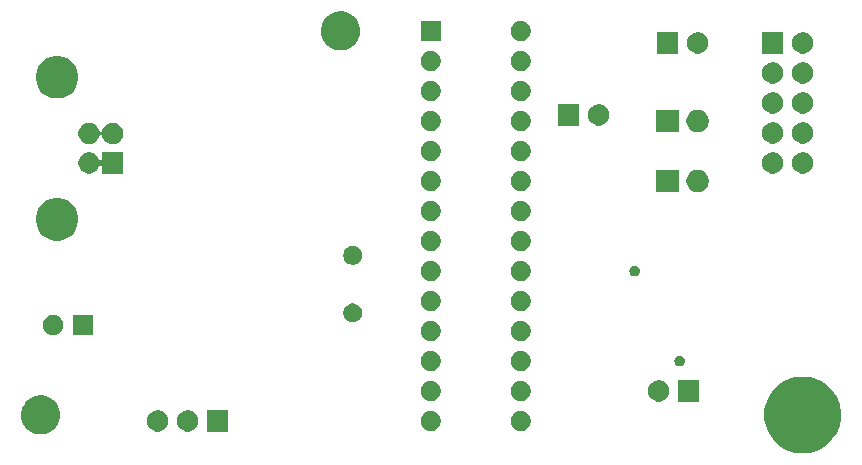
<source format=gbr>
G04 #@! TF.GenerationSoftware,KiCad,Pcbnew,(5.1.5-0-10_14)*
G04 #@! TF.CreationDate,2020-05-14T12:08:37+02:00*
G04 #@! TF.ProjectId,usbasp,75736261-7370-42e6-9b69-6361645f7063,rev?*
G04 #@! TF.SameCoordinates,Original*
G04 #@! TF.FileFunction,Soldermask,Bot*
G04 #@! TF.FilePolarity,Negative*
%FSLAX46Y46*%
G04 Gerber Fmt 4.6, Leading zero omitted, Abs format (unit mm)*
G04 Created by KiCad (PCBNEW (5.1.5-0-10_14)) date 2020-05-14 12:08:37*
%MOMM*%
%LPD*%
G04 APERTURE LIST*
%ADD10C,0.100000*%
G04 APERTURE END LIST*
D10*
G36*
X170814239Y-66407467D02*
G01*
X171128282Y-66469934D01*
X171719926Y-66715001D01*
X172252392Y-67070784D01*
X172705216Y-67523608D01*
X173060999Y-68056074D01*
X173306066Y-68647718D01*
X173368533Y-68961761D01*
X173416519Y-69203000D01*
X173431000Y-69275804D01*
X173431000Y-69916196D01*
X173306066Y-70544282D01*
X173060999Y-71135926D01*
X172705216Y-71668392D01*
X172252392Y-72121216D01*
X171719926Y-72476999D01*
X171128282Y-72722066D01*
X170814239Y-72784533D01*
X170500197Y-72847000D01*
X169859803Y-72847000D01*
X169545761Y-72784533D01*
X169231718Y-72722066D01*
X168640074Y-72476999D01*
X168107608Y-72121216D01*
X167654784Y-71668392D01*
X167299001Y-71135926D01*
X167053934Y-70544282D01*
X166929000Y-69916196D01*
X166929000Y-69275804D01*
X166943482Y-69203000D01*
X166991467Y-68961761D01*
X167053934Y-68647718D01*
X167299001Y-68056074D01*
X167654784Y-67523608D01*
X168107608Y-67070784D01*
X168640074Y-66715001D01*
X169231718Y-66469934D01*
X169545761Y-66407467D01*
X169859803Y-66345000D01*
X170500197Y-66345000D01*
X170814239Y-66407467D01*
G37*
G36*
X106039256Y-67987298D02*
G01*
X106145579Y-68008447D01*
X106446042Y-68132903D01*
X106716451Y-68313585D01*
X106946415Y-68543549D01*
X107016019Y-68647719D01*
X107127098Y-68813960D01*
X107251553Y-69114422D01*
X107315000Y-69433389D01*
X107315000Y-69758611D01*
X107295673Y-69855772D01*
X107251553Y-70077579D01*
X107127097Y-70378042D01*
X106946415Y-70648451D01*
X106716451Y-70878415D01*
X106446042Y-71059097D01*
X106145579Y-71183553D01*
X106039256Y-71204702D01*
X105826611Y-71247000D01*
X105501389Y-71247000D01*
X105288744Y-71204702D01*
X105182421Y-71183553D01*
X104881958Y-71059097D01*
X104611549Y-70878415D01*
X104381585Y-70648451D01*
X104200903Y-70378042D01*
X104076447Y-70077579D01*
X104032327Y-69855772D01*
X104013000Y-69758611D01*
X104013000Y-69433389D01*
X104076447Y-69114422D01*
X104200902Y-68813960D01*
X104311981Y-68647719D01*
X104381585Y-68543549D01*
X104611549Y-68313585D01*
X104881958Y-68132903D01*
X105182421Y-68008447D01*
X105288744Y-67987298D01*
X105501389Y-67945000D01*
X105826611Y-67945000D01*
X106039256Y-67987298D01*
G37*
G36*
X121551000Y-71005000D02*
G01*
X119749000Y-71005000D01*
X119749000Y-69203000D01*
X121551000Y-69203000D01*
X121551000Y-71005000D01*
G37*
G36*
X118223512Y-69207927D02*
G01*
X118372812Y-69237624D01*
X118536784Y-69305544D01*
X118684354Y-69404147D01*
X118809853Y-69529646D01*
X118908456Y-69677216D01*
X118976376Y-69841188D01*
X119011000Y-70015259D01*
X119011000Y-70192741D01*
X118976376Y-70366812D01*
X118908456Y-70530784D01*
X118809853Y-70678354D01*
X118684354Y-70803853D01*
X118536784Y-70902456D01*
X118372812Y-70970376D01*
X118223512Y-71000073D01*
X118198742Y-71005000D01*
X118021258Y-71005000D01*
X117996488Y-71000073D01*
X117847188Y-70970376D01*
X117683216Y-70902456D01*
X117535646Y-70803853D01*
X117410147Y-70678354D01*
X117311544Y-70530784D01*
X117243624Y-70366812D01*
X117209000Y-70192741D01*
X117209000Y-70015259D01*
X117243624Y-69841188D01*
X117311544Y-69677216D01*
X117410147Y-69529646D01*
X117535646Y-69404147D01*
X117683216Y-69305544D01*
X117847188Y-69237624D01*
X117996488Y-69207927D01*
X118021258Y-69203000D01*
X118198742Y-69203000D01*
X118223512Y-69207927D01*
G37*
G36*
X115683512Y-69207927D02*
G01*
X115832812Y-69237624D01*
X115996784Y-69305544D01*
X116144354Y-69404147D01*
X116269853Y-69529646D01*
X116368456Y-69677216D01*
X116436376Y-69841188D01*
X116471000Y-70015259D01*
X116471000Y-70192741D01*
X116436376Y-70366812D01*
X116368456Y-70530784D01*
X116269853Y-70678354D01*
X116144354Y-70803853D01*
X115996784Y-70902456D01*
X115832812Y-70970376D01*
X115683512Y-71000073D01*
X115658742Y-71005000D01*
X115481258Y-71005000D01*
X115456488Y-71000073D01*
X115307188Y-70970376D01*
X115143216Y-70902456D01*
X114995646Y-70803853D01*
X114870147Y-70678354D01*
X114771544Y-70530784D01*
X114703624Y-70366812D01*
X114669000Y-70192741D01*
X114669000Y-70015259D01*
X114703624Y-69841188D01*
X114771544Y-69677216D01*
X114870147Y-69529646D01*
X114995646Y-69404147D01*
X115143216Y-69305544D01*
X115307188Y-69237624D01*
X115456488Y-69207927D01*
X115481258Y-69203000D01*
X115658742Y-69203000D01*
X115683512Y-69207927D01*
G37*
G36*
X146552228Y-69285703D02*
G01*
X146707100Y-69349853D01*
X146846481Y-69442985D01*
X146965015Y-69561519D01*
X147058147Y-69700900D01*
X147122297Y-69855772D01*
X147155000Y-70020184D01*
X147155000Y-70187816D01*
X147122297Y-70352228D01*
X147058147Y-70507100D01*
X146965015Y-70646481D01*
X146846481Y-70765015D01*
X146707100Y-70858147D01*
X146552228Y-70922297D01*
X146387816Y-70955000D01*
X146220184Y-70955000D01*
X146055772Y-70922297D01*
X145900900Y-70858147D01*
X145761519Y-70765015D01*
X145642985Y-70646481D01*
X145549853Y-70507100D01*
X145485703Y-70352228D01*
X145453000Y-70187816D01*
X145453000Y-70020184D01*
X145485703Y-69855772D01*
X145549853Y-69700900D01*
X145642985Y-69561519D01*
X145761519Y-69442985D01*
X145900900Y-69349853D01*
X146055772Y-69285703D01*
X146220184Y-69253000D01*
X146387816Y-69253000D01*
X146552228Y-69285703D01*
G37*
G36*
X138932228Y-69285703D02*
G01*
X139087100Y-69349853D01*
X139226481Y-69442985D01*
X139345015Y-69561519D01*
X139438147Y-69700900D01*
X139502297Y-69855772D01*
X139535000Y-70020184D01*
X139535000Y-70187816D01*
X139502297Y-70352228D01*
X139438147Y-70507100D01*
X139345015Y-70646481D01*
X139226481Y-70765015D01*
X139087100Y-70858147D01*
X138932228Y-70922297D01*
X138767816Y-70955000D01*
X138600184Y-70955000D01*
X138435772Y-70922297D01*
X138280900Y-70858147D01*
X138141519Y-70765015D01*
X138022985Y-70646481D01*
X137929853Y-70507100D01*
X137865703Y-70352228D01*
X137833000Y-70187816D01*
X137833000Y-70020184D01*
X137865703Y-69855772D01*
X137929853Y-69700900D01*
X138022985Y-69561519D01*
X138141519Y-69442985D01*
X138280900Y-69349853D01*
X138435772Y-69285703D01*
X138600184Y-69253000D01*
X138767816Y-69253000D01*
X138932228Y-69285703D01*
G37*
G36*
X161429000Y-68465000D02*
G01*
X159627000Y-68465000D01*
X159627000Y-66663000D01*
X161429000Y-66663000D01*
X161429000Y-68465000D01*
G37*
G36*
X158101512Y-66667927D02*
G01*
X158250812Y-66697624D01*
X158414784Y-66765544D01*
X158562354Y-66864147D01*
X158687853Y-66989646D01*
X158786456Y-67137216D01*
X158854376Y-67301188D01*
X158889000Y-67475259D01*
X158889000Y-67652741D01*
X158854376Y-67826812D01*
X158786456Y-67990784D01*
X158687853Y-68138354D01*
X158562354Y-68263853D01*
X158414784Y-68362456D01*
X158250812Y-68430376D01*
X158101512Y-68460073D01*
X158076742Y-68465000D01*
X157899258Y-68465000D01*
X157874488Y-68460073D01*
X157725188Y-68430376D01*
X157561216Y-68362456D01*
X157413646Y-68263853D01*
X157288147Y-68138354D01*
X157189544Y-67990784D01*
X157121624Y-67826812D01*
X157087000Y-67652741D01*
X157087000Y-67475259D01*
X157121624Y-67301188D01*
X157189544Y-67137216D01*
X157288147Y-66989646D01*
X157413646Y-66864147D01*
X157561216Y-66765544D01*
X157725188Y-66697624D01*
X157874488Y-66667927D01*
X157899258Y-66663000D01*
X158076742Y-66663000D01*
X158101512Y-66667927D01*
G37*
G36*
X146552228Y-66745703D02*
G01*
X146707100Y-66809853D01*
X146846481Y-66902985D01*
X146965015Y-67021519D01*
X147058147Y-67160900D01*
X147122297Y-67315772D01*
X147155000Y-67480184D01*
X147155000Y-67647816D01*
X147122297Y-67812228D01*
X147058147Y-67967100D01*
X146965015Y-68106481D01*
X146846481Y-68225015D01*
X146707100Y-68318147D01*
X146552228Y-68382297D01*
X146387816Y-68415000D01*
X146220184Y-68415000D01*
X146055772Y-68382297D01*
X145900900Y-68318147D01*
X145761519Y-68225015D01*
X145642985Y-68106481D01*
X145549853Y-67967100D01*
X145485703Y-67812228D01*
X145453000Y-67647816D01*
X145453000Y-67480184D01*
X145485703Y-67315772D01*
X145549853Y-67160900D01*
X145642985Y-67021519D01*
X145761519Y-66902985D01*
X145900900Y-66809853D01*
X146055772Y-66745703D01*
X146220184Y-66713000D01*
X146387816Y-66713000D01*
X146552228Y-66745703D01*
G37*
G36*
X138932228Y-66745703D02*
G01*
X139087100Y-66809853D01*
X139226481Y-66902985D01*
X139345015Y-67021519D01*
X139438147Y-67160900D01*
X139502297Y-67315772D01*
X139535000Y-67480184D01*
X139535000Y-67647816D01*
X139502297Y-67812228D01*
X139438147Y-67967100D01*
X139345015Y-68106481D01*
X139226481Y-68225015D01*
X139087100Y-68318147D01*
X138932228Y-68382297D01*
X138767816Y-68415000D01*
X138600184Y-68415000D01*
X138435772Y-68382297D01*
X138280900Y-68318147D01*
X138141519Y-68225015D01*
X138022985Y-68106481D01*
X137929853Y-67967100D01*
X137865703Y-67812228D01*
X137833000Y-67647816D01*
X137833000Y-67480184D01*
X137865703Y-67315772D01*
X137929853Y-67160900D01*
X138022985Y-67021519D01*
X138141519Y-66902985D01*
X138280900Y-66809853D01*
X138435772Y-66745703D01*
X138600184Y-66713000D01*
X138767816Y-66713000D01*
X138932228Y-66745703D01*
G37*
G36*
X146552228Y-64205703D02*
G01*
X146707100Y-64269853D01*
X146846481Y-64362985D01*
X146965015Y-64481519D01*
X147058147Y-64620900D01*
X147122297Y-64775772D01*
X147155000Y-64940184D01*
X147155000Y-65107816D01*
X147122297Y-65272228D01*
X147058147Y-65427100D01*
X146965015Y-65566481D01*
X146846481Y-65685015D01*
X146707100Y-65778147D01*
X146552228Y-65842297D01*
X146387816Y-65875000D01*
X146220184Y-65875000D01*
X146055772Y-65842297D01*
X145900900Y-65778147D01*
X145761519Y-65685015D01*
X145642985Y-65566481D01*
X145549853Y-65427100D01*
X145485703Y-65272228D01*
X145453000Y-65107816D01*
X145453000Y-64940184D01*
X145485703Y-64775772D01*
X145549853Y-64620900D01*
X145642985Y-64481519D01*
X145761519Y-64362985D01*
X145900900Y-64269853D01*
X146055772Y-64205703D01*
X146220184Y-64173000D01*
X146387816Y-64173000D01*
X146552228Y-64205703D01*
G37*
G36*
X138932228Y-64205703D02*
G01*
X139087100Y-64269853D01*
X139226481Y-64362985D01*
X139345015Y-64481519D01*
X139438147Y-64620900D01*
X139502297Y-64775772D01*
X139535000Y-64940184D01*
X139535000Y-65107816D01*
X139502297Y-65272228D01*
X139438147Y-65427100D01*
X139345015Y-65566481D01*
X139226481Y-65685015D01*
X139087100Y-65778147D01*
X138932228Y-65842297D01*
X138767816Y-65875000D01*
X138600184Y-65875000D01*
X138435772Y-65842297D01*
X138280900Y-65778147D01*
X138141519Y-65685015D01*
X138022985Y-65566481D01*
X137929853Y-65427100D01*
X137865703Y-65272228D01*
X137833000Y-65107816D01*
X137833000Y-64940184D01*
X137865703Y-64775772D01*
X137929853Y-64620900D01*
X138022985Y-64481519D01*
X138141519Y-64362985D01*
X138280900Y-64269853D01*
X138435772Y-64205703D01*
X138600184Y-64173000D01*
X138767816Y-64173000D01*
X138932228Y-64205703D01*
G37*
G36*
X159897552Y-64590331D02*
G01*
X159971351Y-64620900D01*
X159979629Y-64624329D01*
X160016813Y-64649175D01*
X160053495Y-64673685D01*
X160116315Y-64736505D01*
X160165672Y-64810373D01*
X160199669Y-64892448D01*
X160217000Y-64979579D01*
X160217000Y-65068421D01*
X160199669Y-65155552D01*
X160165672Y-65237627D01*
X160165671Y-65237629D01*
X160116314Y-65311496D01*
X160053496Y-65374314D01*
X159979629Y-65423671D01*
X159979628Y-65423672D01*
X159979627Y-65423672D01*
X159897552Y-65457669D01*
X159810421Y-65475000D01*
X159721579Y-65475000D01*
X159634448Y-65457669D01*
X159552373Y-65423672D01*
X159552372Y-65423672D01*
X159552371Y-65423671D01*
X159478504Y-65374314D01*
X159415686Y-65311496D01*
X159366329Y-65237629D01*
X159366328Y-65237627D01*
X159332331Y-65155552D01*
X159315000Y-65068421D01*
X159315000Y-64979579D01*
X159332331Y-64892448D01*
X159366328Y-64810373D01*
X159415685Y-64736505D01*
X159478505Y-64673685D01*
X159515187Y-64649175D01*
X159552371Y-64624329D01*
X159560649Y-64620900D01*
X159634448Y-64590331D01*
X159721579Y-64573000D01*
X159810421Y-64573000D01*
X159897552Y-64590331D01*
G37*
G36*
X138932228Y-61665703D02*
G01*
X139087100Y-61729853D01*
X139226481Y-61822985D01*
X139345015Y-61941519D01*
X139438147Y-62080900D01*
X139502297Y-62235772D01*
X139535000Y-62400184D01*
X139535000Y-62567816D01*
X139502297Y-62732228D01*
X139438147Y-62887100D01*
X139345015Y-63026481D01*
X139226481Y-63145015D01*
X139087100Y-63238147D01*
X138932228Y-63302297D01*
X138767816Y-63335000D01*
X138600184Y-63335000D01*
X138435772Y-63302297D01*
X138280900Y-63238147D01*
X138141519Y-63145015D01*
X138022985Y-63026481D01*
X137929853Y-62887100D01*
X137865703Y-62732228D01*
X137833000Y-62567816D01*
X137833000Y-62400184D01*
X137865703Y-62235772D01*
X137929853Y-62080900D01*
X138022985Y-61941519D01*
X138141519Y-61822985D01*
X138280900Y-61729853D01*
X138435772Y-61665703D01*
X138600184Y-61633000D01*
X138767816Y-61633000D01*
X138932228Y-61665703D01*
G37*
G36*
X146552228Y-61665703D02*
G01*
X146707100Y-61729853D01*
X146846481Y-61822985D01*
X146965015Y-61941519D01*
X147058147Y-62080900D01*
X147122297Y-62235772D01*
X147155000Y-62400184D01*
X147155000Y-62567816D01*
X147122297Y-62732228D01*
X147058147Y-62887100D01*
X146965015Y-63026481D01*
X146846481Y-63145015D01*
X146707100Y-63238147D01*
X146552228Y-63302297D01*
X146387816Y-63335000D01*
X146220184Y-63335000D01*
X146055772Y-63302297D01*
X145900900Y-63238147D01*
X145761519Y-63145015D01*
X145642985Y-63026481D01*
X145549853Y-62887100D01*
X145485703Y-62732228D01*
X145453000Y-62567816D01*
X145453000Y-62400184D01*
X145485703Y-62235772D01*
X145549853Y-62080900D01*
X145642985Y-61941519D01*
X145761519Y-61822985D01*
X145900900Y-61729853D01*
X146055772Y-61665703D01*
X146220184Y-61633000D01*
X146387816Y-61633000D01*
X146552228Y-61665703D01*
G37*
G36*
X106968228Y-61157703D02*
G01*
X107123100Y-61221853D01*
X107262481Y-61314985D01*
X107381015Y-61433519D01*
X107474147Y-61572900D01*
X107538297Y-61727772D01*
X107571000Y-61892184D01*
X107571000Y-62059816D01*
X107538297Y-62224228D01*
X107474147Y-62379100D01*
X107381015Y-62518481D01*
X107262481Y-62637015D01*
X107123100Y-62730147D01*
X106968228Y-62794297D01*
X106803816Y-62827000D01*
X106636184Y-62827000D01*
X106471772Y-62794297D01*
X106316900Y-62730147D01*
X106177519Y-62637015D01*
X106058985Y-62518481D01*
X105965853Y-62379100D01*
X105901703Y-62224228D01*
X105869000Y-62059816D01*
X105869000Y-61892184D01*
X105901703Y-61727772D01*
X105965853Y-61572900D01*
X106058985Y-61433519D01*
X106177519Y-61314985D01*
X106316900Y-61221853D01*
X106471772Y-61157703D01*
X106636184Y-61125000D01*
X106803816Y-61125000D01*
X106968228Y-61157703D01*
G37*
G36*
X110071000Y-62827000D02*
G01*
X108369000Y-62827000D01*
X108369000Y-61125000D01*
X110071000Y-61125000D01*
X110071000Y-62827000D01*
G37*
G36*
X132313642Y-60189781D02*
G01*
X132459414Y-60250162D01*
X132459416Y-60250163D01*
X132590608Y-60337822D01*
X132702178Y-60449392D01*
X132789837Y-60580584D01*
X132789838Y-60580586D01*
X132850219Y-60726358D01*
X132881000Y-60881107D01*
X132881000Y-61038893D01*
X132850219Y-61193642D01*
X132799957Y-61314985D01*
X132789837Y-61339416D01*
X132702178Y-61470608D01*
X132590608Y-61582178D01*
X132459416Y-61669837D01*
X132459415Y-61669838D01*
X132459414Y-61669838D01*
X132313642Y-61730219D01*
X132158893Y-61761000D01*
X132001107Y-61761000D01*
X131846358Y-61730219D01*
X131700586Y-61669838D01*
X131700585Y-61669838D01*
X131700584Y-61669837D01*
X131569392Y-61582178D01*
X131457822Y-61470608D01*
X131370163Y-61339416D01*
X131360043Y-61314985D01*
X131309781Y-61193642D01*
X131279000Y-61038893D01*
X131279000Y-60881107D01*
X131309781Y-60726358D01*
X131370162Y-60580586D01*
X131370163Y-60580584D01*
X131457822Y-60449392D01*
X131569392Y-60337822D01*
X131700584Y-60250163D01*
X131700586Y-60250162D01*
X131846358Y-60189781D01*
X132001107Y-60159000D01*
X132158893Y-60159000D01*
X132313642Y-60189781D01*
G37*
G36*
X138932228Y-59125703D02*
G01*
X139087100Y-59189853D01*
X139226481Y-59282985D01*
X139345015Y-59401519D01*
X139438147Y-59540900D01*
X139502297Y-59695772D01*
X139535000Y-59860184D01*
X139535000Y-60027816D01*
X139502297Y-60192228D01*
X139438147Y-60347100D01*
X139345015Y-60486481D01*
X139226481Y-60605015D01*
X139087100Y-60698147D01*
X138932228Y-60762297D01*
X138767816Y-60795000D01*
X138600184Y-60795000D01*
X138435772Y-60762297D01*
X138280900Y-60698147D01*
X138141519Y-60605015D01*
X138022985Y-60486481D01*
X137929853Y-60347100D01*
X137865703Y-60192228D01*
X137833000Y-60027816D01*
X137833000Y-59860184D01*
X137865703Y-59695772D01*
X137929853Y-59540900D01*
X138022985Y-59401519D01*
X138141519Y-59282985D01*
X138280900Y-59189853D01*
X138435772Y-59125703D01*
X138600184Y-59093000D01*
X138767816Y-59093000D01*
X138932228Y-59125703D01*
G37*
G36*
X146552228Y-59125703D02*
G01*
X146707100Y-59189853D01*
X146846481Y-59282985D01*
X146965015Y-59401519D01*
X147058147Y-59540900D01*
X147122297Y-59695772D01*
X147155000Y-59860184D01*
X147155000Y-60027816D01*
X147122297Y-60192228D01*
X147058147Y-60347100D01*
X146965015Y-60486481D01*
X146846481Y-60605015D01*
X146707100Y-60698147D01*
X146552228Y-60762297D01*
X146387816Y-60795000D01*
X146220184Y-60795000D01*
X146055772Y-60762297D01*
X145900900Y-60698147D01*
X145761519Y-60605015D01*
X145642985Y-60486481D01*
X145549853Y-60347100D01*
X145485703Y-60192228D01*
X145453000Y-60027816D01*
X145453000Y-59860184D01*
X145485703Y-59695772D01*
X145549853Y-59540900D01*
X145642985Y-59401519D01*
X145761519Y-59282985D01*
X145900900Y-59189853D01*
X146055772Y-59125703D01*
X146220184Y-59093000D01*
X146387816Y-59093000D01*
X146552228Y-59125703D01*
G37*
G36*
X138932228Y-56585703D02*
G01*
X139087100Y-56649853D01*
X139226481Y-56742985D01*
X139345015Y-56861519D01*
X139438147Y-57000900D01*
X139502297Y-57155772D01*
X139535000Y-57320184D01*
X139535000Y-57487816D01*
X139502297Y-57652228D01*
X139438147Y-57807100D01*
X139345015Y-57946481D01*
X139226481Y-58065015D01*
X139087100Y-58158147D01*
X138932228Y-58222297D01*
X138767816Y-58255000D01*
X138600184Y-58255000D01*
X138435772Y-58222297D01*
X138280900Y-58158147D01*
X138141519Y-58065015D01*
X138022985Y-57946481D01*
X137929853Y-57807100D01*
X137865703Y-57652228D01*
X137833000Y-57487816D01*
X137833000Y-57320184D01*
X137865703Y-57155772D01*
X137929853Y-57000900D01*
X138022985Y-56861519D01*
X138141519Y-56742985D01*
X138280900Y-56649853D01*
X138435772Y-56585703D01*
X138600184Y-56553000D01*
X138767816Y-56553000D01*
X138932228Y-56585703D01*
G37*
G36*
X146552228Y-56585703D02*
G01*
X146707100Y-56649853D01*
X146846481Y-56742985D01*
X146965015Y-56861519D01*
X147058147Y-57000900D01*
X147122297Y-57155772D01*
X147155000Y-57320184D01*
X147155000Y-57487816D01*
X147122297Y-57652228D01*
X147058147Y-57807100D01*
X146965015Y-57946481D01*
X146846481Y-58065015D01*
X146707100Y-58158147D01*
X146552228Y-58222297D01*
X146387816Y-58255000D01*
X146220184Y-58255000D01*
X146055772Y-58222297D01*
X145900900Y-58158147D01*
X145761519Y-58065015D01*
X145642985Y-57946481D01*
X145549853Y-57807100D01*
X145485703Y-57652228D01*
X145453000Y-57487816D01*
X145453000Y-57320184D01*
X145485703Y-57155772D01*
X145549853Y-57000900D01*
X145642985Y-56861519D01*
X145761519Y-56742985D01*
X145900900Y-56649853D01*
X146055772Y-56585703D01*
X146220184Y-56553000D01*
X146387816Y-56553000D01*
X146552228Y-56585703D01*
G37*
G36*
X156087552Y-56970331D02*
G01*
X156161351Y-57000900D01*
X156169629Y-57004329D01*
X156206813Y-57029175D01*
X156243495Y-57053685D01*
X156306315Y-57116505D01*
X156355672Y-57190373D01*
X156389669Y-57272448D01*
X156407000Y-57359579D01*
X156407000Y-57448421D01*
X156389669Y-57535552D01*
X156355672Y-57617627D01*
X156355671Y-57617629D01*
X156306314Y-57691496D01*
X156243496Y-57754314D01*
X156169629Y-57803671D01*
X156169628Y-57803672D01*
X156169627Y-57803672D01*
X156087552Y-57837669D01*
X156000421Y-57855000D01*
X155911579Y-57855000D01*
X155824448Y-57837669D01*
X155742373Y-57803672D01*
X155742372Y-57803672D01*
X155742371Y-57803671D01*
X155668504Y-57754314D01*
X155605686Y-57691496D01*
X155556329Y-57617629D01*
X155556328Y-57617627D01*
X155522331Y-57535552D01*
X155505000Y-57448421D01*
X155505000Y-57359579D01*
X155522331Y-57272448D01*
X155556328Y-57190373D01*
X155605685Y-57116505D01*
X155668505Y-57053685D01*
X155705187Y-57029175D01*
X155742371Y-57004329D01*
X155750649Y-57000900D01*
X155824448Y-56970331D01*
X155911579Y-56953000D01*
X156000421Y-56953000D01*
X156087552Y-56970331D01*
G37*
G36*
X132313642Y-55309781D02*
G01*
X132459414Y-55370162D01*
X132459416Y-55370163D01*
X132590608Y-55457822D01*
X132702178Y-55569392D01*
X132777618Y-55682297D01*
X132789838Y-55700586D01*
X132850219Y-55846358D01*
X132881000Y-56001107D01*
X132881000Y-56158893D01*
X132850219Y-56313642D01*
X132789838Y-56459414D01*
X132789837Y-56459416D01*
X132702178Y-56590608D01*
X132590608Y-56702178D01*
X132459416Y-56789837D01*
X132459415Y-56789838D01*
X132459414Y-56789838D01*
X132313642Y-56850219D01*
X132158893Y-56881000D01*
X132001107Y-56881000D01*
X131846358Y-56850219D01*
X131700586Y-56789838D01*
X131700585Y-56789838D01*
X131700584Y-56789837D01*
X131569392Y-56702178D01*
X131457822Y-56590608D01*
X131370163Y-56459416D01*
X131370162Y-56459414D01*
X131309781Y-56313642D01*
X131279000Y-56158893D01*
X131279000Y-56001107D01*
X131309781Y-55846358D01*
X131370162Y-55700586D01*
X131382382Y-55682297D01*
X131457822Y-55569392D01*
X131569392Y-55457822D01*
X131700584Y-55370163D01*
X131700586Y-55370162D01*
X131846358Y-55309781D01*
X132001107Y-55279000D01*
X132158893Y-55279000D01*
X132313642Y-55309781D01*
G37*
G36*
X146552228Y-54045703D02*
G01*
X146707100Y-54109853D01*
X146846481Y-54202985D01*
X146965015Y-54321519D01*
X147058147Y-54460900D01*
X147122297Y-54615772D01*
X147155000Y-54780184D01*
X147155000Y-54947816D01*
X147122297Y-55112228D01*
X147058147Y-55267100D01*
X146965015Y-55406481D01*
X146846481Y-55525015D01*
X146707100Y-55618147D01*
X146552228Y-55682297D01*
X146387816Y-55715000D01*
X146220184Y-55715000D01*
X146055772Y-55682297D01*
X145900900Y-55618147D01*
X145761519Y-55525015D01*
X145642985Y-55406481D01*
X145549853Y-55267100D01*
X145485703Y-55112228D01*
X145453000Y-54947816D01*
X145453000Y-54780184D01*
X145485703Y-54615772D01*
X145549853Y-54460900D01*
X145642985Y-54321519D01*
X145761519Y-54202985D01*
X145900900Y-54109853D01*
X146055772Y-54045703D01*
X146220184Y-54013000D01*
X146387816Y-54013000D01*
X146552228Y-54045703D01*
G37*
G36*
X138932228Y-54045703D02*
G01*
X139087100Y-54109853D01*
X139226481Y-54202985D01*
X139345015Y-54321519D01*
X139438147Y-54460900D01*
X139502297Y-54615772D01*
X139535000Y-54780184D01*
X139535000Y-54947816D01*
X139502297Y-55112228D01*
X139438147Y-55267100D01*
X139345015Y-55406481D01*
X139226481Y-55525015D01*
X139087100Y-55618147D01*
X138932228Y-55682297D01*
X138767816Y-55715000D01*
X138600184Y-55715000D01*
X138435772Y-55682297D01*
X138280900Y-55618147D01*
X138141519Y-55525015D01*
X138022985Y-55406481D01*
X137929853Y-55267100D01*
X137865703Y-55112228D01*
X137833000Y-54947816D01*
X137833000Y-54780184D01*
X137865703Y-54615772D01*
X137929853Y-54460900D01*
X138022985Y-54321519D01*
X138141519Y-54202985D01*
X138280900Y-54109853D01*
X138435772Y-54045703D01*
X138600184Y-54013000D01*
X138767816Y-54013000D01*
X138932228Y-54045703D01*
G37*
G36*
X107575331Y-51298211D02*
G01*
X107903092Y-51433974D01*
X108198070Y-51631072D01*
X108448928Y-51881930D01*
X108646026Y-52176908D01*
X108781789Y-52504669D01*
X108851000Y-52852616D01*
X108851000Y-53207384D01*
X108781789Y-53555331D01*
X108646026Y-53883092D01*
X108448928Y-54178070D01*
X108198070Y-54428928D01*
X107903092Y-54626026D01*
X107575331Y-54761789D01*
X107227384Y-54831000D01*
X106872616Y-54831000D01*
X106524669Y-54761789D01*
X106196908Y-54626026D01*
X105901930Y-54428928D01*
X105651072Y-54178070D01*
X105453974Y-53883092D01*
X105318211Y-53555331D01*
X105249000Y-53207384D01*
X105249000Y-52852616D01*
X105318211Y-52504669D01*
X105453974Y-52176908D01*
X105651072Y-51881930D01*
X105901930Y-51631072D01*
X106196908Y-51433974D01*
X106524669Y-51298211D01*
X106872616Y-51229000D01*
X107227384Y-51229000D01*
X107575331Y-51298211D01*
G37*
G36*
X146552228Y-51505703D02*
G01*
X146707100Y-51569853D01*
X146846481Y-51662985D01*
X146965015Y-51781519D01*
X147058147Y-51920900D01*
X147122297Y-52075772D01*
X147155000Y-52240184D01*
X147155000Y-52407816D01*
X147122297Y-52572228D01*
X147058147Y-52727100D01*
X146965015Y-52866481D01*
X146846481Y-52985015D01*
X146707100Y-53078147D01*
X146552228Y-53142297D01*
X146387816Y-53175000D01*
X146220184Y-53175000D01*
X146055772Y-53142297D01*
X145900900Y-53078147D01*
X145761519Y-52985015D01*
X145642985Y-52866481D01*
X145549853Y-52727100D01*
X145485703Y-52572228D01*
X145453000Y-52407816D01*
X145453000Y-52240184D01*
X145485703Y-52075772D01*
X145549853Y-51920900D01*
X145642985Y-51781519D01*
X145761519Y-51662985D01*
X145900900Y-51569853D01*
X146055772Y-51505703D01*
X146220184Y-51473000D01*
X146387816Y-51473000D01*
X146552228Y-51505703D01*
G37*
G36*
X138932228Y-51505703D02*
G01*
X139087100Y-51569853D01*
X139226481Y-51662985D01*
X139345015Y-51781519D01*
X139438147Y-51920900D01*
X139502297Y-52075772D01*
X139535000Y-52240184D01*
X139535000Y-52407816D01*
X139502297Y-52572228D01*
X139438147Y-52727100D01*
X139345015Y-52866481D01*
X139226481Y-52985015D01*
X139087100Y-53078147D01*
X138932228Y-53142297D01*
X138767816Y-53175000D01*
X138600184Y-53175000D01*
X138435772Y-53142297D01*
X138280900Y-53078147D01*
X138141519Y-52985015D01*
X138022985Y-52866481D01*
X137929853Y-52727100D01*
X137865703Y-52572228D01*
X137833000Y-52407816D01*
X137833000Y-52240184D01*
X137865703Y-52075772D01*
X137929853Y-51920900D01*
X138022985Y-51781519D01*
X138141519Y-51662985D01*
X138280900Y-51569853D01*
X138435772Y-51505703D01*
X138600184Y-51473000D01*
X138767816Y-51473000D01*
X138932228Y-51505703D01*
G37*
G36*
X161567395Y-48869546D02*
G01*
X161740466Y-48941234D01*
X161768331Y-48959853D01*
X161896227Y-49045310D01*
X162028690Y-49177773D01*
X162071284Y-49241520D01*
X162132766Y-49333534D01*
X162204454Y-49506605D01*
X162241000Y-49690333D01*
X162241000Y-49877667D01*
X162204454Y-50061395D01*
X162132766Y-50234466D01*
X162132765Y-50234467D01*
X162028690Y-50390227D01*
X161896227Y-50522690D01*
X161873092Y-50538148D01*
X161740466Y-50626766D01*
X161567395Y-50698454D01*
X161383667Y-50735000D01*
X161196333Y-50735000D01*
X161012605Y-50698454D01*
X160839534Y-50626766D01*
X160706908Y-50538148D01*
X160683773Y-50522690D01*
X160551310Y-50390227D01*
X160447235Y-50234467D01*
X160447234Y-50234466D01*
X160375546Y-50061395D01*
X160339000Y-49877667D01*
X160339000Y-49690333D01*
X160375546Y-49506605D01*
X160447234Y-49333534D01*
X160508716Y-49241520D01*
X160551310Y-49177773D01*
X160683773Y-49045310D01*
X160811669Y-48959853D01*
X160839534Y-48941234D01*
X161012605Y-48869546D01*
X161196333Y-48833000D01*
X161383667Y-48833000D01*
X161567395Y-48869546D01*
G37*
G36*
X159701000Y-50735000D02*
G01*
X157799000Y-50735000D01*
X157799000Y-48833000D01*
X159701000Y-48833000D01*
X159701000Y-50735000D01*
G37*
G36*
X146552228Y-48965703D02*
G01*
X146707100Y-49029853D01*
X146846481Y-49122985D01*
X146965015Y-49241519D01*
X147058147Y-49380900D01*
X147122297Y-49535772D01*
X147155000Y-49700184D01*
X147155000Y-49867816D01*
X147122297Y-50032228D01*
X147058147Y-50187100D01*
X146965015Y-50326481D01*
X146846481Y-50445015D01*
X146707100Y-50538147D01*
X146552228Y-50602297D01*
X146387816Y-50635000D01*
X146220184Y-50635000D01*
X146055772Y-50602297D01*
X145900900Y-50538147D01*
X145761519Y-50445015D01*
X145642985Y-50326481D01*
X145549853Y-50187100D01*
X145485703Y-50032228D01*
X145453000Y-49867816D01*
X145453000Y-49700184D01*
X145485703Y-49535772D01*
X145549853Y-49380900D01*
X145642985Y-49241519D01*
X145761519Y-49122985D01*
X145900900Y-49029853D01*
X146055772Y-48965703D01*
X146220184Y-48933000D01*
X146387816Y-48933000D01*
X146552228Y-48965703D01*
G37*
G36*
X138932228Y-48965703D02*
G01*
X139087100Y-49029853D01*
X139226481Y-49122985D01*
X139345015Y-49241519D01*
X139438147Y-49380900D01*
X139502297Y-49535772D01*
X139535000Y-49700184D01*
X139535000Y-49867816D01*
X139502297Y-50032228D01*
X139438147Y-50187100D01*
X139345015Y-50326481D01*
X139226481Y-50445015D01*
X139087100Y-50538147D01*
X138932228Y-50602297D01*
X138767816Y-50635000D01*
X138600184Y-50635000D01*
X138435772Y-50602297D01*
X138280900Y-50538147D01*
X138141519Y-50445015D01*
X138022985Y-50326481D01*
X137929853Y-50187100D01*
X137865703Y-50032228D01*
X137833000Y-49867816D01*
X137833000Y-49700184D01*
X137865703Y-49535772D01*
X137929853Y-49380900D01*
X138022985Y-49241519D01*
X138141519Y-49122985D01*
X138280900Y-49029853D01*
X138435772Y-48965703D01*
X138600184Y-48933000D01*
X138767816Y-48933000D01*
X138932228Y-48965703D01*
G37*
G36*
X109873512Y-47363927D02*
G01*
X110022812Y-47393624D01*
X110186784Y-47461544D01*
X110334354Y-47560147D01*
X110459853Y-47685646D01*
X110558456Y-47833216D01*
X110618523Y-47978229D01*
X110630068Y-47999829D01*
X110645613Y-48018771D01*
X110664555Y-48034316D01*
X110686166Y-48045867D01*
X110709615Y-48052980D01*
X110734001Y-48055382D01*
X110758387Y-48052980D01*
X110781836Y-48045867D01*
X110803447Y-48034316D01*
X110822389Y-48018771D01*
X110837934Y-47999829D01*
X110849485Y-47978218D01*
X110856598Y-47954769D01*
X110859000Y-47930383D01*
X110859000Y-47359000D01*
X112661000Y-47359000D01*
X112661000Y-49161000D01*
X110859000Y-49161000D01*
X110859000Y-48589617D01*
X110856598Y-48565231D01*
X110849485Y-48541782D01*
X110837934Y-48520171D01*
X110822389Y-48501229D01*
X110803447Y-48485684D01*
X110781836Y-48474133D01*
X110758387Y-48467020D01*
X110734001Y-48464618D01*
X110709615Y-48467020D01*
X110686166Y-48474133D01*
X110664555Y-48485684D01*
X110645613Y-48501229D01*
X110630068Y-48520171D01*
X110618523Y-48541771D01*
X110558456Y-48686784D01*
X110459853Y-48834354D01*
X110334354Y-48959853D01*
X110186784Y-49058456D01*
X110022812Y-49126376D01*
X109873512Y-49156073D01*
X109848742Y-49161000D01*
X109671258Y-49161000D01*
X109646488Y-49156073D01*
X109497188Y-49126376D01*
X109333216Y-49058456D01*
X109185646Y-48959853D01*
X109060147Y-48834354D01*
X108961544Y-48686784D01*
X108893624Y-48522812D01*
X108859000Y-48348741D01*
X108859000Y-48171259D01*
X108893624Y-47997188D01*
X108961544Y-47833216D01*
X109060147Y-47685646D01*
X109185646Y-47560147D01*
X109333216Y-47461544D01*
X109497188Y-47393624D01*
X109646488Y-47363927D01*
X109671258Y-47359000D01*
X109848742Y-47359000D01*
X109873512Y-47363927D01*
G37*
G36*
X167753512Y-47363927D02*
G01*
X167902812Y-47393624D01*
X168066784Y-47461544D01*
X168214354Y-47560147D01*
X168339853Y-47685646D01*
X168438456Y-47833216D01*
X168506376Y-47997188D01*
X168541000Y-48171259D01*
X168541000Y-48348741D01*
X168506376Y-48522812D01*
X168438456Y-48686784D01*
X168339853Y-48834354D01*
X168214354Y-48959853D01*
X168066784Y-49058456D01*
X167902812Y-49126376D01*
X167753512Y-49156073D01*
X167728742Y-49161000D01*
X167551258Y-49161000D01*
X167526488Y-49156073D01*
X167377188Y-49126376D01*
X167213216Y-49058456D01*
X167065646Y-48959853D01*
X166940147Y-48834354D01*
X166841544Y-48686784D01*
X166773624Y-48522812D01*
X166739000Y-48348741D01*
X166739000Y-48171259D01*
X166773624Y-47997188D01*
X166841544Y-47833216D01*
X166940147Y-47685646D01*
X167065646Y-47560147D01*
X167213216Y-47461544D01*
X167377188Y-47393624D01*
X167526488Y-47363927D01*
X167551258Y-47359000D01*
X167728742Y-47359000D01*
X167753512Y-47363927D01*
G37*
G36*
X170293512Y-47363927D02*
G01*
X170442812Y-47393624D01*
X170606784Y-47461544D01*
X170754354Y-47560147D01*
X170879853Y-47685646D01*
X170978456Y-47833216D01*
X171046376Y-47997188D01*
X171081000Y-48171259D01*
X171081000Y-48348741D01*
X171046376Y-48522812D01*
X170978456Y-48686784D01*
X170879853Y-48834354D01*
X170754354Y-48959853D01*
X170606784Y-49058456D01*
X170442812Y-49126376D01*
X170293512Y-49156073D01*
X170268742Y-49161000D01*
X170091258Y-49161000D01*
X170066488Y-49156073D01*
X169917188Y-49126376D01*
X169753216Y-49058456D01*
X169605646Y-48959853D01*
X169480147Y-48834354D01*
X169381544Y-48686784D01*
X169313624Y-48522812D01*
X169279000Y-48348741D01*
X169279000Y-48171259D01*
X169313624Y-47997188D01*
X169381544Y-47833216D01*
X169480147Y-47685646D01*
X169605646Y-47560147D01*
X169753216Y-47461544D01*
X169917188Y-47393624D01*
X170066488Y-47363927D01*
X170091258Y-47359000D01*
X170268742Y-47359000D01*
X170293512Y-47363927D01*
G37*
G36*
X146552228Y-46425703D02*
G01*
X146707100Y-46489853D01*
X146846481Y-46582985D01*
X146965015Y-46701519D01*
X147058147Y-46840900D01*
X147122297Y-46995772D01*
X147155000Y-47160184D01*
X147155000Y-47327816D01*
X147122297Y-47492228D01*
X147058147Y-47647100D01*
X146965015Y-47786481D01*
X146846481Y-47905015D01*
X146707100Y-47998147D01*
X146552228Y-48062297D01*
X146387816Y-48095000D01*
X146220184Y-48095000D01*
X146055772Y-48062297D01*
X145900900Y-47998147D01*
X145761519Y-47905015D01*
X145642985Y-47786481D01*
X145549853Y-47647100D01*
X145485703Y-47492228D01*
X145453000Y-47327816D01*
X145453000Y-47160184D01*
X145485703Y-46995772D01*
X145549853Y-46840900D01*
X145642985Y-46701519D01*
X145761519Y-46582985D01*
X145900900Y-46489853D01*
X146055772Y-46425703D01*
X146220184Y-46393000D01*
X146387816Y-46393000D01*
X146552228Y-46425703D01*
G37*
G36*
X138932228Y-46425703D02*
G01*
X139087100Y-46489853D01*
X139226481Y-46582985D01*
X139345015Y-46701519D01*
X139438147Y-46840900D01*
X139502297Y-46995772D01*
X139535000Y-47160184D01*
X139535000Y-47327816D01*
X139502297Y-47492228D01*
X139438147Y-47647100D01*
X139345015Y-47786481D01*
X139226481Y-47905015D01*
X139087100Y-47998147D01*
X138932228Y-48062297D01*
X138767816Y-48095000D01*
X138600184Y-48095000D01*
X138435772Y-48062297D01*
X138280900Y-47998147D01*
X138141519Y-47905015D01*
X138022985Y-47786481D01*
X137929853Y-47647100D01*
X137865703Y-47492228D01*
X137833000Y-47327816D01*
X137833000Y-47160184D01*
X137865703Y-46995772D01*
X137929853Y-46840900D01*
X138022985Y-46701519D01*
X138141519Y-46582985D01*
X138280900Y-46489853D01*
X138435772Y-46425703D01*
X138600184Y-46393000D01*
X138767816Y-46393000D01*
X138932228Y-46425703D01*
G37*
G36*
X109873512Y-44863927D02*
G01*
X110022812Y-44893624D01*
X110186784Y-44961544D01*
X110334354Y-45060147D01*
X110459853Y-45185646D01*
X110558456Y-45333216D01*
X110626376Y-45497188D01*
X110637405Y-45552638D01*
X110644516Y-45576078D01*
X110656067Y-45597689D01*
X110671613Y-45616631D01*
X110690555Y-45632176D01*
X110712165Y-45643727D01*
X110735614Y-45650840D01*
X110760000Y-45653242D01*
X110784387Y-45650840D01*
X110807835Y-45643727D01*
X110829446Y-45632176D01*
X110848388Y-45616630D01*
X110863933Y-45597688D01*
X110875484Y-45576078D01*
X110882595Y-45552638D01*
X110893624Y-45497188D01*
X110961544Y-45333216D01*
X111060147Y-45185646D01*
X111185646Y-45060147D01*
X111333216Y-44961544D01*
X111497188Y-44893624D01*
X111646488Y-44863927D01*
X111671258Y-44859000D01*
X111848742Y-44859000D01*
X111873512Y-44863927D01*
X112022812Y-44893624D01*
X112186784Y-44961544D01*
X112334354Y-45060147D01*
X112459853Y-45185646D01*
X112558456Y-45333216D01*
X112626376Y-45497188D01*
X112661000Y-45671259D01*
X112661000Y-45848741D01*
X112626376Y-46022812D01*
X112558456Y-46186784D01*
X112459853Y-46334354D01*
X112334354Y-46459853D01*
X112186784Y-46558456D01*
X112022812Y-46626376D01*
X111873512Y-46656073D01*
X111848742Y-46661000D01*
X111671258Y-46661000D01*
X111646488Y-46656073D01*
X111497188Y-46626376D01*
X111333216Y-46558456D01*
X111185646Y-46459853D01*
X111060147Y-46334354D01*
X110961544Y-46186784D01*
X110893624Y-46022812D01*
X110882595Y-45967362D01*
X110875484Y-45943922D01*
X110863933Y-45922311D01*
X110848387Y-45903369D01*
X110829445Y-45887824D01*
X110807835Y-45876273D01*
X110784386Y-45869160D01*
X110760000Y-45866758D01*
X110735613Y-45869160D01*
X110712165Y-45876273D01*
X110690554Y-45887824D01*
X110671612Y-45903370D01*
X110656067Y-45922312D01*
X110644516Y-45943922D01*
X110637405Y-45967362D01*
X110626376Y-46022812D01*
X110558456Y-46186784D01*
X110459853Y-46334354D01*
X110334354Y-46459853D01*
X110186784Y-46558456D01*
X110022812Y-46626376D01*
X109873512Y-46656073D01*
X109848742Y-46661000D01*
X109671258Y-46661000D01*
X109646488Y-46656073D01*
X109497188Y-46626376D01*
X109333216Y-46558456D01*
X109185646Y-46459853D01*
X109060147Y-46334354D01*
X108961544Y-46186784D01*
X108893624Y-46022812D01*
X108859000Y-45848741D01*
X108859000Y-45671259D01*
X108893624Y-45497188D01*
X108961544Y-45333216D01*
X109060147Y-45185646D01*
X109185646Y-45060147D01*
X109333216Y-44961544D01*
X109497188Y-44893624D01*
X109646488Y-44863927D01*
X109671258Y-44859000D01*
X109848742Y-44859000D01*
X109873512Y-44863927D01*
G37*
G36*
X170293512Y-44823927D02*
G01*
X170442812Y-44853624D01*
X170606784Y-44921544D01*
X170754354Y-45020147D01*
X170879853Y-45145646D01*
X170978456Y-45293216D01*
X171046376Y-45457188D01*
X171081000Y-45631259D01*
X171081000Y-45808741D01*
X171046376Y-45982812D01*
X170978456Y-46146784D01*
X170879853Y-46294354D01*
X170754354Y-46419853D01*
X170606784Y-46518456D01*
X170442812Y-46586376D01*
X170293512Y-46616073D01*
X170268742Y-46621000D01*
X170091258Y-46621000D01*
X170066488Y-46616073D01*
X169917188Y-46586376D01*
X169753216Y-46518456D01*
X169605646Y-46419853D01*
X169480147Y-46294354D01*
X169381544Y-46146784D01*
X169313624Y-45982812D01*
X169279000Y-45808741D01*
X169279000Y-45631259D01*
X169313624Y-45457188D01*
X169381544Y-45293216D01*
X169480147Y-45145646D01*
X169605646Y-45020147D01*
X169753216Y-44921544D01*
X169917188Y-44853624D01*
X170066488Y-44823927D01*
X170091258Y-44819000D01*
X170268742Y-44819000D01*
X170293512Y-44823927D01*
G37*
G36*
X167753512Y-44823927D02*
G01*
X167902812Y-44853624D01*
X168066784Y-44921544D01*
X168214354Y-45020147D01*
X168339853Y-45145646D01*
X168438456Y-45293216D01*
X168506376Y-45457188D01*
X168541000Y-45631259D01*
X168541000Y-45808741D01*
X168506376Y-45982812D01*
X168438456Y-46146784D01*
X168339853Y-46294354D01*
X168214354Y-46419853D01*
X168066784Y-46518456D01*
X167902812Y-46586376D01*
X167753512Y-46616073D01*
X167728742Y-46621000D01*
X167551258Y-46621000D01*
X167526488Y-46616073D01*
X167377188Y-46586376D01*
X167213216Y-46518456D01*
X167065646Y-46419853D01*
X166940147Y-46294354D01*
X166841544Y-46146784D01*
X166773624Y-45982812D01*
X166739000Y-45808741D01*
X166739000Y-45631259D01*
X166773624Y-45457188D01*
X166841544Y-45293216D01*
X166940147Y-45145646D01*
X167065646Y-45020147D01*
X167213216Y-44921544D01*
X167377188Y-44853624D01*
X167526488Y-44823927D01*
X167551258Y-44819000D01*
X167728742Y-44819000D01*
X167753512Y-44823927D01*
G37*
G36*
X159701000Y-45655000D02*
G01*
X157799000Y-45655000D01*
X157799000Y-43753000D01*
X159701000Y-43753000D01*
X159701000Y-45655000D01*
G37*
G36*
X161567395Y-43789546D02*
G01*
X161740466Y-43861234D01*
X161768331Y-43879853D01*
X161896227Y-43965310D01*
X162028690Y-44097773D01*
X162071284Y-44161520D01*
X162132766Y-44253534D01*
X162204454Y-44426605D01*
X162241000Y-44610333D01*
X162241000Y-44797667D01*
X162204454Y-44981395D01*
X162132766Y-45154466D01*
X162132765Y-45154467D01*
X162028690Y-45310227D01*
X161896227Y-45442690D01*
X161873092Y-45458148D01*
X161740466Y-45546766D01*
X161567395Y-45618454D01*
X161383667Y-45655000D01*
X161196333Y-45655000D01*
X161012605Y-45618454D01*
X160839534Y-45546766D01*
X160706908Y-45458148D01*
X160683773Y-45442690D01*
X160551310Y-45310227D01*
X160447235Y-45154467D01*
X160447234Y-45154466D01*
X160375546Y-44981395D01*
X160339000Y-44797667D01*
X160339000Y-44610333D01*
X160375546Y-44426605D01*
X160447234Y-44253534D01*
X160508716Y-44161520D01*
X160551310Y-44097773D01*
X160683773Y-43965310D01*
X160811669Y-43879853D01*
X160839534Y-43861234D01*
X161012605Y-43789546D01*
X161196333Y-43753000D01*
X161383667Y-43753000D01*
X161567395Y-43789546D01*
G37*
G36*
X146552228Y-43885703D02*
G01*
X146707100Y-43949853D01*
X146846481Y-44042985D01*
X146965015Y-44161519D01*
X147058147Y-44300900D01*
X147122297Y-44455772D01*
X147155000Y-44620184D01*
X147155000Y-44787816D01*
X147122297Y-44952228D01*
X147058147Y-45107100D01*
X146965015Y-45246481D01*
X146846481Y-45365015D01*
X146707100Y-45458147D01*
X146552228Y-45522297D01*
X146387816Y-45555000D01*
X146220184Y-45555000D01*
X146055772Y-45522297D01*
X145900900Y-45458147D01*
X145761519Y-45365015D01*
X145642985Y-45246481D01*
X145549853Y-45107100D01*
X145485703Y-44952228D01*
X145453000Y-44787816D01*
X145453000Y-44620184D01*
X145485703Y-44455772D01*
X145549853Y-44300900D01*
X145642985Y-44161519D01*
X145761519Y-44042985D01*
X145900900Y-43949853D01*
X146055772Y-43885703D01*
X146220184Y-43853000D01*
X146387816Y-43853000D01*
X146552228Y-43885703D01*
G37*
G36*
X138932228Y-43885703D02*
G01*
X139087100Y-43949853D01*
X139226481Y-44042985D01*
X139345015Y-44161519D01*
X139438147Y-44300900D01*
X139502297Y-44455772D01*
X139535000Y-44620184D01*
X139535000Y-44787816D01*
X139502297Y-44952228D01*
X139438147Y-45107100D01*
X139345015Y-45246481D01*
X139226481Y-45365015D01*
X139087100Y-45458147D01*
X138932228Y-45522297D01*
X138767816Y-45555000D01*
X138600184Y-45555000D01*
X138435772Y-45522297D01*
X138280900Y-45458147D01*
X138141519Y-45365015D01*
X138022985Y-45246481D01*
X137929853Y-45107100D01*
X137865703Y-44952228D01*
X137833000Y-44787816D01*
X137833000Y-44620184D01*
X137865703Y-44455772D01*
X137929853Y-44300900D01*
X138022985Y-44161519D01*
X138141519Y-44042985D01*
X138280900Y-43949853D01*
X138435772Y-43885703D01*
X138600184Y-43853000D01*
X138767816Y-43853000D01*
X138932228Y-43885703D01*
G37*
G36*
X153021512Y-43299927D02*
G01*
X153170812Y-43329624D01*
X153334784Y-43397544D01*
X153482354Y-43496147D01*
X153607853Y-43621646D01*
X153706456Y-43769216D01*
X153774376Y-43933188D01*
X153809000Y-44107259D01*
X153809000Y-44284741D01*
X153774376Y-44458812D01*
X153706456Y-44622784D01*
X153607853Y-44770354D01*
X153482354Y-44895853D01*
X153334784Y-44994456D01*
X153170812Y-45062376D01*
X153021512Y-45092073D01*
X152996742Y-45097000D01*
X152819258Y-45097000D01*
X152794488Y-45092073D01*
X152645188Y-45062376D01*
X152481216Y-44994456D01*
X152333646Y-44895853D01*
X152208147Y-44770354D01*
X152109544Y-44622784D01*
X152041624Y-44458812D01*
X152007000Y-44284741D01*
X152007000Y-44107259D01*
X152041624Y-43933188D01*
X152109544Y-43769216D01*
X152208147Y-43621646D01*
X152333646Y-43496147D01*
X152481216Y-43397544D01*
X152645188Y-43329624D01*
X152794488Y-43299927D01*
X152819258Y-43295000D01*
X152996742Y-43295000D01*
X153021512Y-43299927D01*
G37*
G36*
X151269000Y-45097000D02*
G01*
X149467000Y-45097000D01*
X149467000Y-43295000D01*
X151269000Y-43295000D01*
X151269000Y-45097000D01*
G37*
G36*
X170293512Y-42283927D02*
G01*
X170442812Y-42313624D01*
X170606784Y-42381544D01*
X170754354Y-42480147D01*
X170879853Y-42605646D01*
X170978456Y-42753216D01*
X171046376Y-42917188D01*
X171081000Y-43091259D01*
X171081000Y-43268741D01*
X171046376Y-43442812D01*
X170978456Y-43606784D01*
X170879853Y-43754354D01*
X170754354Y-43879853D01*
X170606784Y-43978456D01*
X170442812Y-44046376D01*
X170293512Y-44076073D01*
X170268742Y-44081000D01*
X170091258Y-44081000D01*
X170066488Y-44076073D01*
X169917188Y-44046376D01*
X169753216Y-43978456D01*
X169605646Y-43879853D01*
X169480147Y-43754354D01*
X169381544Y-43606784D01*
X169313624Y-43442812D01*
X169279000Y-43268741D01*
X169279000Y-43091259D01*
X169313624Y-42917188D01*
X169381544Y-42753216D01*
X169480147Y-42605646D01*
X169605646Y-42480147D01*
X169753216Y-42381544D01*
X169917188Y-42313624D01*
X170066488Y-42283927D01*
X170091258Y-42279000D01*
X170268742Y-42279000D01*
X170293512Y-42283927D01*
G37*
G36*
X167753512Y-42283927D02*
G01*
X167902812Y-42313624D01*
X168066784Y-42381544D01*
X168214354Y-42480147D01*
X168339853Y-42605646D01*
X168438456Y-42753216D01*
X168506376Y-42917188D01*
X168541000Y-43091259D01*
X168541000Y-43268741D01*
X168506376Y-43442812D01*
X168438456Y-43606784D01*
X168339853Y-43754354D01*
X168214354Y-43879853D01*
X168066784Y-43978456D01*
X167902812Y-44046376D01*
X167753512Y-44076073D01*
X167728742Y-44081000D01*
X167551258Y-44081000D01*
X167526488Y-44076073D01*
X167377188Y-44046376D01*
X167213216Y-43978456D01*
X167065646Y-43879853D01*
X166940147Y-43754354D01*
X166841544Y-43606784D01*
X166773624Y-43442812D01*
X166739000Y-43268741D01*
X166739000Y-43091259D01*
X166773624Y-42917188D01*
X166841544Y-42753216D01*
X166940147Y-42605646D01*
X167065646Y-42480147D01*
X167213216Y-42381544D01*
X167377188Y-42313624D01*
X167526488Y-42283927D01*
X167551258Y-42279000D01*
X167728742Y-42279000D01*
X167753512Y-42283927D01*
G37*
G36*
X138932228Y-41345703D02*
G01*
X139087100Y-41409853D01*
X139226481Y-41502985D01*
X139345015Y-41621519D01*
X139438147Y-41760900D01*
X139502297Y-41915772D01*
X139535000Y-42080184D01*
X139535000Y-42247816D01*
X139502297Y-42412228D01*
X139438147Y-42567100D01*
X139345015Y-42706481D01*
X139226481Y-42825015D01*
X139087100Y-42918147D01*
X138932228Y-42982297D01*
X138767816Y-43015000D01*
X138600184Y-43015000D01*
X138435772Y-42982297D01*
X138280900Y-42918147D01*
X138141519Y-42825015D01*
X138022985Y-42706481D01*
X137929853Y-42567100D01*
X137865703Y-42412228D01*
X137833000Y-42247816D01*
X137833000Y-42080184D01*
X137865703Y-41915772D01*
X137929853Y-41760900D01*
X138022985Y-41621519D01*
X138141519Y-41502985D01*
X138280900Y-41409853D01*
X138435772Y-41345703D01*
X138600184Y-41313000D01*
X138767816Y-41313000D01*
X138932228Y-41345703D01*
G37*
G36*
X146552228Y-41345703D02*
G01*
X146707100Y-41409853D01*
X146846481Y-41502985D01*
X146965015Y-41621519D01*
X147058147Y-41760900D01*
X147122297Y-41915772D01*
X147155000Y-42080184D01*
X147155000Y-42247816D01*
X147122297Y-42412228D01*
X147058147Y-42567100D01*
X146965015Y-42706481D01*
X146846481Y-42825015D01*
X146707100Y-42918147D01*
X146552228Y-42982297D01*
X146387816Y-43015000D01*
X146220184Y-43015000D01*
X146055772Y-42982297D01*
X145900900Y-42918147D01*
X145761519Y-42825015D01*
X145642985Y-42706481D01*
X145549853Y-42567100D01*
X145485703Y-42412228D01*
X145453000Y-42247816D01*
X145453000Y-42080184D01*
X145485703Y-41915772D01*
X145549853Y-41760900D01*
X145642985Y-41621519D01*
X145761519Y-41502985D01*
X145900900Y-41409853D01*
X146055772Y-41345703D01*
X146220184Y-41313000D01*
X146387816Y-41313000D01*
X146552228Y-41345703D01*
G37*
G36*
X107575331Y-39258211D02*
G01*
X107903092Y-39393974D01*
X108198070Y-39591072D01*
X108448928Y-39841930D01*
X108646026Y-40136908D01*
X108781789Y-40464669D01*
X108851000Y-40812616D01*
X108851000Y-41167384D01*
X108781789Y-41515331D01*
X108646026Y-41843092D01*
X108448928Y-42138070D01*
X108198070Y-42388928D01*
X107903092Y-42586026D01*
X107575331Y-42721789D01*
X107227384Y-42791000D01*
X106872616Y-42791000D01*
X106524669Y-42721789D01*
X106196908Y-42586026D01*
X105901930Y-42388928D01*
X105651072Y-42138070D01*
X105453974Y-41843092D01*
X105318211Y-41515331D01*
X105249000Y-41167384D01*
X105249000Y-40812616D01*
X105318211Y-40464669D01*
X105453974Y-40136908D01*
X105651072Y-39841930D01*
X105901930Y-39591072D01*
X106196908Y-39393974D01*
X106524669Y-39258211D01*
X106872616Y-39189000D01*
X107227384Y-39189000D01*
X107575331Y-39258211D01*
G37*
G36*
X170293512Y-39743927D02*
G01*
X170442812Y-39773624D01*
X170606784Y-39841544D01*
X170754354Y-39940147D01*
X170879853Y-40065646D01*
X170978456Y-40213216D01*
X171046376Y-40377188D01*
X171081000Y-40551259D01*
X171081000Y-40728741D01*
X171046376Y-40902812D01*
X170978456Y-41066784D01*
X170879853Y-41214354D01*
X170754354Y-41339853D01*
X170606784Y-41438456D01*
X170442812Y-41506376D01*
X170293512Y-41536073D01*
X170268742Y-41541000D01*
X170091258Y-41541000D01*
X170066488Y-41536073D01*
X169917188Y-41506376D01*
X169753216Y-41438456D01*
X169605646Y-41339853D01*
X169480147Y-41214354D01*
X169381544Y-41066784D01*
X169313624Y-40902812D01*
X169279000Y-40728741D01*
X169279000Y-40551259D01*
X169313624Y-40377188D01*
X169381544Y-40213216D01*
X169480147Y-40065646D01*
X169605646Y-39940147D01*
X169753216Y-39841544D01*
X169917188Y-39773624D01*
X170066488Y-39743927D01*
X170091258Y-39739000D01*
X170268742Y-39739000D01*
X170293512Y-39743927D01*
G37*
G36*
X167753512Y-39743927D02*
G01*
X167902812Y-39773624D01*
X168066784Y-39841544D01*
X168214354Y-39940147D01*
X168339853Y-40065646D01*
X168438456Y-40213216D01*
X168506376Y-40377188D01*
X168541000Y-40551259D01*
X168541000Y-40728741D01*
X168506376Y-40902812D01*
X168438456Y-41066784D01*
X168339853Y-41214354D01*
X168214354Y-41339853D01*
X168066784Y-41438456D01*
X167902812Y-41506376D01*
X167753512Y-41536073D01*
X167728742Y-41541000D01*
X167551258Y-41541000D01*
X167526488Y-41536073D01*
X167377188Y-41506376D01*
X167213216Y-41438456D01*
X167065646Y-41339853D01*
X166940147Y-41214354D01*
X166841544Y-41066784D01*
X166773624Y-40902812D01*
X166739000Y-40728741D01*
X166739000Y-40551259D01*
X166773624Y-40377188D01*
X166841544Y-40213216D01*
X166940147Y-40065646D01*
X167065646Y-39940147D01*
X167213216Y-39841544D01*
X167377188Y-39773624D01*
X167526488Y-39743927D01*
X167551258Y-39739000D01*
X167728742Y-39739000D01*
X167753512Y-39743927D01*
G37*
G36*
X146552228Y-38805703D02*
G01*
X146707100Y-38869853D01*
X146846481Y-38962985D01*
X146965015Y-39081519D01*
X147058147Y-39220900D01*
X147122297Y-39375772D01*
X147155000Y-39540184D01*
X147155000Y-39707816D01*
X147122297Y-39872228D01*
X147058147Y-40027100D01*
X146965015Y-40166481D01*
X146846481Y-40285015D01*
X146707100Y-40378147D01*
X146552228Y-40442297D01*
X146387816Y-40475000D01*
X146220184Y-40475000D01*
X146055772Y-40442297D01*
X145900900Y-40378147D01*
X145761519Y-40285015D01*
X145642985Y-40166481D01*
X145549853Y-40027100D01*
X145485703Y-39872228D01*
X145453000Y-39707816D01*
X145453000Y-39540184D01*
X145485703Y-39375772D01*
X145549853Y-39220900D01*
X145642985Y-39081519D01*
X145761519Y-38962985D01*
X145900900Y-38869853D01*
X146055772Y-38805703D01*
X146220184Y-38773000D01*
X146387816Y-38773000D01*
X146552228Y-38805703D01*
G37*
G36*
X138932228Y-38805703D02*
G01*
X139087100Y-38869853D01*
X139226481Y-38962985D01*
X139345015Y-39081519D01*
X139438147Y-39220900D01*
X139502297Y-39375772D01*
X139535000Y-39540184D01*
X139535000Y-39707816D01*
X139502297Y-39872228D01*
X139438147Y-40027100D01*
X139345015Y-40166481D01*
X139226481Y-40285015D01*
X139087100Y-40378147D01*
X138932228Y-40442297D01*
X138767816Y-40475000D01*
X138600184Y-40475000D01*
X138435772Y-40442297D01*
X138280900Y-40378147D01*
X138141519Y-40285015D01*
X138022985Y-40166481D01*
X137929853Y-40027100D01*
X137865703Y-39872228D01*
X137833000Y-39707816D01*
X137833000Y-39540184D01*
X137865703Y-39375772D01*
X137929853Y-39220900D01*
X138022985Y-39081519D01*
X138141519Y-38962985D01*
X138280900Y-38869853D01*
X138435772Y-38805703D01*
X138600184Y-38773000D01*
X138767816Y-38773000D01*
X138932228Y-38805703D01*
G37*
G36*
X161403512Y-37203927D02*
G01*
X161552812Y-37233624D01*
X161716784Y-37301544D01*
X161864354Y-37400147D01*
X161989853Y-37525646D01*
X162088456Y-37673216D01*
X162156376Y-37837188D01*
X162191000Y-38011259D01*
X162191000Y-38188741D01*
X162156376Y-38362812D01*
X162088456Y-38526784D01*
X161989853Y-38674354D01*
X161864354Y-38799853D01*
X161716784Y-38898456D01*
X161552812Y-38966376D01*
X161403512Y-38996073D01*
X161378742Y-39001000D01*
X161201258Y-39001000D01*
X161176488Y-38996073D01*
X161027188Y-38966376D01*
X160863216Y-38898456D01*
X160715646Y-38799853D01*
X160590147Y-38674354D01*
X160491544Y-38526784D01*
X160423624Y-38362812D01*
X160389000Y-38188741D01*
X160389000Y-38011259D01*
X160423624Y-37837188D01*
X160491544Y-37673216D01*
X160590147Y-37525646D01*
X160715646Y-37400147D01*
X160863216Y-37301544D01*
X161027188Y-37233624D01*
X161176488Y-37203927D01*
X161201258Y-37199000D01*
X161378742Y-37199000D01*
X161403512Y-37203927D01*
G37*
G36*
X159651000Y-39001000D02*
G01*
X157849000Y-39001000D01*
X157849000Y-37199000D01*
X159651000Y-37199000D01*
X159651000Y-39001000D01*
G37*
G36*
X170293512Y-37203927D02*
G01*
X170442812Y-37233624D01*
X170606784Y-37301544D01*
X170754354Y-37400147D01*
X170879853Y-37525646D01*
X170978456Y-37673216D01*
X171046376Y-37837188D01*
X171081000Y-38011259D01*
X171081000Y-38188741D01*
X171046376Y-38362812D01*
X170978456Y-38526784D01*
X170879853Y-38674354D01*
X170754354Y-38799853D01*
X170606784Y-38898456D01*
X170442812Y-38966376D01*
X170293512Y-38996073D01*
X170268742Y-39001000D01*
X170091258Y-39001000D01*
X170066488Y-38996073D01*
X169917188Y-38966376D01*
X169753216Y-38898456D01*
X169605646Y-38799853D01*
X169480147Y-38674354D01*
X169381544Y-38526784D01*
X169313624Y-38362812D01*
X169279000Y-38188741D01*
X169279000Y-38011259D01*
X169313624Y-37837188D01*
X169381544Y-37673216D01*
X169480147Y-37525646D01*
X169605646Y-37400147D01*
X169753216Y-37301544D01*
X169917188Y-37233624D01*
X170066488Y-37203927D01*
X170091258Y-37199000D01*
X170268742Y-37199000D01*
X170293512Y-37203927D01*
G37*
G36*
X168541000Y-39001000D02*
G01*
X166739000Y-39001000D01*
X166739000Y-37199000D01*
X168541000Y-37199000D01*
X168541000Y-39001000D01*
G37*
G36*
X131439256Y-35475298D02*
G01*
X131545579Y-35496447D01*
X131846042Y-35620903D01*
X132116451Y-35801585D01*
X132346415Y-36031549D01*
X132527097Y-36301958D01*
X132626327Y-36541519D01*
X132651553Y-36602422D01*
X132715000Y-36921389D01*
X132715000Y-37246611D01*
X132684459Y-37400148D01*
X132651553Y-37565579D01*
X132527097Y-37866042D01*
X132346415Y-38136451D01*
X132116451Y-38366415D01*
X131846042Y-38547097D01*
X131545579Y-38671553D01*
X131531502Y-38674353D01*
X131226611Y-38735000D01*
X130901389Y-38735000D01*
X130596498Y-38674353D01*
X130582421Y-38671553D01*
X130281958Y-38547097D01*
X130011549Y-38366415D01*
X129781585Y-38136451D01*
X129600903Y-37866042D01*
X129476447Y-37565579D01*
X129443541Y-37400148D01*
X129413000Y-37246611D01*
X129413000Y-36921389D01*
X129476447Y-36602422D01*
X129501674Y-36541519D01*
X129600903Y-36301958D01*
X129781585Y-36031549D01*
X130011549Y-35801585D01*
X130281958Y-35620903D01*
X130582421Y-35496447D01*
X130688744Y-35475298D01*
X130901389Y-35433000D01*
X131226611Y-35433000D01*
X131439256Y-35475298D01*
G37*
G36*
X146552228Y-36265703D02*
G01*
X146707100Y-36329853D01*
X146846481Y-36422985D01*
X146965015Y-36541519D01*
X147058147Y-36680900D01*
X147122297Y-36835772D01*
X147155000Y-37000184D01*
X147155000Y-37167816D01*
X147122297Y-37332228D01*
X147058147Y-37487100D01*
X146965015Y-37626481D01*
X146846481Y-37745015D01*
X146707100Y-37838147D01*
X146552228Y-37902297D01*
X146387816Y-37935000D01*
X146220184Y-37935000D01*
X146055772Y-37902297D01*
X145900900Y-37838147D01*
X145761519Y-37745015D01*
X145642985Y-37626481D01*
X145549853Y-37487100D01*
X145485703Y-37332228D01*
X145453000Y-37167816D01*
X145453000Y-37000184D01*
X145485703Y-36835772D01*
X145549853Y-36680900D01*
X145642985Y-36541519D01*
X145761519Y-36422985D01*
X145900900Y-36329853D01*
X146055772Y-36265703D01*
X146220184Y-36233000D01*
X146387816Y-36233000D01*
X146552228Y-36265703D01*
G37*
G36*
X139535000Y-37935000D02*
G01*
X137833000Y-37935000D01*
X137833000Y-36233000D01*
X139535000Y-36233000D01*
X139535000Y-37935000D01*
G37*
M02*

</source>
